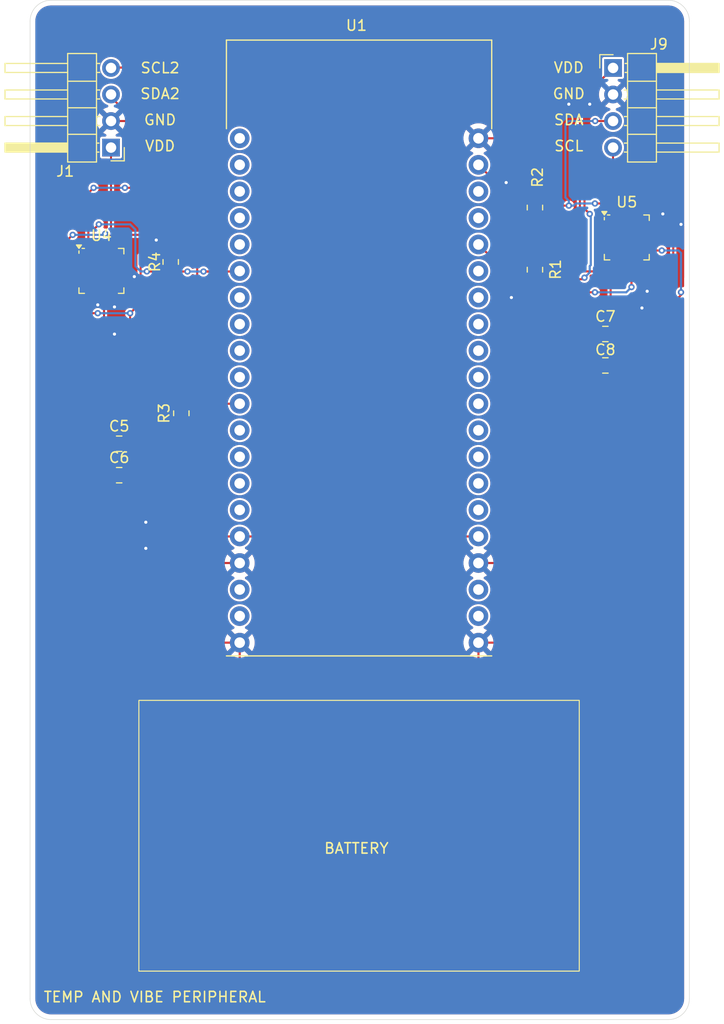
<source format=kicad_pcb>
(kicad_pcb (version 20241229) (generator "pcbnew") (generator_version "9.0")
  (layers (0 "F.Cu" signal) (2 "B.Cu" signal) (13 "F.Paste" user) (15 "B.Paste" user) (5 "F.SilkS" user "F.Silkscreen") (7 "B.SilkS" user "B.Silkscreen") (1 "F.Mask" user) (3 "B.Mask" user) (25 "Edge.Cuts" user))
  (net 0 "")
  (net 1 "SCL")
  (net 2 "GND")
  (net 3 "VDDIO")
  (net 4 "Net-(U4-CPOUT)")
  (net 5 "SDA2")
  (net 6 "SCL2")
  (net 7 "Net-(U5-CPOUT)")
  (net 14 "SDA")
  (net 18 "VBAT")
  (net 19 "VBAT_1")
  (net 23 "VUSB")
  (net 28 "VUSB_1")
  (footprint "Resistor_SMD:R_0805_2012Metric" (layer "F.Cu") (at 125.384 76.0975 -90)
    (property "Reference" "R4" (at 0 1.524 90) (layer "F.SilkS"))
    (property "Value" "4.7 K")
    (pad "1" smd roundrect (at -0.9125 0 270) (size 1.025 1.4) (layers "F.Cu" "F.Mask" "F.Paste") (roundrect_rratio 0.243902) (net 3 "VDDIO"))
    (pad "2" smd roundrect (at 0.9125 0 270) (size 1.025 1.4) (layers "F.Cu" "F.Mask" "F.Paste") (roundrect_rratio 0.243902) (net 6 "SCL2"))
  )
  (footprint "Capacitor_SMD:C_0805_2012Metric" (layer "F.Cu") (at 167 86)
    (property "Reference" "C8" (at 0 -1.5 0) (layer "F.SilkS"))
    (property "Value" "0.1 uF")
    (pad "1" smd roundrect (at -0.95 0) (size 1 1.45) (layers "F.Cu" "F.Mask" "F.Paste") (net 7 "Net-(U5-CPOUT)"))
    (pad "2" smd roundrect (at 0.95 0) (size 1 1.45) (layers "F.Cu" "F.Mask" "F.Paste") (net 2 "GND"))
  )
  (footprint "DEV-13907-3:MODULE_DEV-13907" (layer "F.Cu") (at 143.418 84.329)
    (property "Reference" "U1" (at -0.254 -30.861 0) (layer "F.SilkS"))
    (property "Value" "DEV-13907")
    (pad "J1_1" thru_hole circle (at -11.43 28.194) (size 1.8796 1.8796) (drill 1.016) (layers "*.Cu" "*.Mask") (net 2 "GND"))
    (pad "J1_2" thru_hole circle (at -11.43 25.654) (size 1.8796 1.8796) (drill 1.016) (layers "*.Cu" "*.Mask") (net 28 "VUSB_1"))
    (pad "J1_3" thru_hole circle (at -11.43 23.114) (size 1.8796 1.8796) (drill 1.016) (layers "*.Cu" "*.Mask") (net 18 "VBAT"))
    (pad "J1_4" thru_hole circle (at -11.43 20.574) (size 1.8796 1.8796) (drill 1.016) (layers "*.Cu" "*.Mask") (net 2 "GND"))
    (pad "J1_5" thru_hole circle (at -11.43 18.034) (size 1.8796 1.8796) (drill 1.016) (layers "*.Cu" "*.Mask") (net 3 "VDDIO"))
    (pad "J1_6" thru_hole circle (at -11.43 15.494) (size 1.8796 1.8796) (drill 1.016) (layers "*.Cu" "*.Mask"))
    (pad "J1_7" thru_hole circle (at -11.43 12.954) (size 1.8796 1.8796) (drill 1.016) (layers "*.Cu" "*.Mask"))
    (pad "J1_8" thru_hole circle (at -11.43 10.414) (size 1.8796 1.8796) (drill 1.016) (layers "*.Cu" "*.Mask"))
    (pad "J1_9" thru_hole circle (at -11.43 7.874) (size 1.8796 1.8796) (drill 1.016) (layers "*.Cu" "*.Mask"))
    (pad "J1_10" thru_hole circle (at -11.43 5.334) (size 1.8796 1.8796) (drill 1.016) (layers "*.Cu" "*.Mask") (net 5 "SDA2"))
    (pad "J1_11" thru_hole circle (at -11.43 2.794) (size 1.8796 1.8796) (drill 1.016) (layers "*.Cu" "*.Mask"))
    (pad "J1_12" thru_hole circle (at -11.43 0.254) (size 1.8796 1.8796) (drill 1.016) (layers "*.Cu" "*.Mask"))
    (pad "J1_13" thru_hole circle (at -11.43 -2.286) (size 1.8796 1.8796) (drill 1.016) (layers "*.Cu" "*.Mask"))
    (pad "J1_14" thru_hole circle (at -11.43 -4.826) (size 1.8796 1.8796) (drill 1.016) (layers "*.Cu" "*.Mask"))
    (pad "J1_15" thru_hole circle (at -11.43 -7.366) (size 1.8796 1.8796) (drill 1.016) (layers "*.Cu" "*.Mask") (net 6 "SCL2"))
    (pad "J1_16" thru_hole circle (at -11.43 -9.906) (size 1.8796 1.8796) (drill 1.016) (layers "*.Cu" "*.Mask"))
    (pad "J1_17" thru_hole circle (at -11.43 -12.446) (size 1.8796 1.8796) (drill 1.016) (layers "*.Cu" "*.Mask"))
    (pad "J1_18" thru_hole circle (at -11.43 -14.986) (size 1.8796 1.8796) (drill 1.016) (layers "*.Cu" "*.Mask"))
    (pad "J1_19" thru_hole circle (at -11.43 -17.526) (size 1.8796 1.8796) (drill 1.016) (layers "*.Cu" "*.Mask"))
    (pad "J1_20" thru_hole circle (at -11.43 -20.066) (size 1.8796 1.8796) (drill 1.016) (layers "*.Cu" "*.Mask"))
    (pad "J2_1" thru_hole circle (at 11.43 28.194) (size 1.8796 1.8796) (drill 1.016) (layers "*.Cu" "*.Mask") (net 2 "GND"))
    (pad "J2_2" thru_hole circle (at 11.43 25.654) (size 1.8796 1.8796) (drill 1.016) (layers "*.Cu" "*.Mask") (net 23 "VUSB"))
    (pad "J2_3" thru_hole circle (at 11.43 23.114) (size 1.8796 1.8796) (drill 1.016) (layers "*.Cu" "*.Mask") (net 19 "VBAT_1"))
    (pad "J2_4" thru_hole circle (at 11.43 20.574) (size 1.8796 1.8796) (drill 1.016) (layers "*.Cu" "*.Mask") (net 2 "GND"))
    (pad "J2_5" thru_hole circle (at 11.43 18.034) (size 1.8796 1.8796) (drill 1.016) (layers "*.Cu" "*.Mask") (net 3 "VDDIO"))
    (pad "J2_6" thru_hole circle (at 11.43 15.494) (size 1.8796 1.8796) (drill 1.016) (layers "*.Cu" "*.Mask"))
    (pad "J2_7" thru_hole circle (at 11.43 12.954) (size 1.8796 1.8796) (drill 1.016) (layers "*.Cu" "*.Mask"))
    (pad "J2_8" thru_hole circle (at 11.43 10.414) (size 1.8796 1.8796) (drill 1.016) (layers "*.Cu" "*.Mask"))
    (pad "J2_9" thru_hole circle (at 11.43 7.874) (size 1.8796 1.8796) (drill 1.016) (layers "*.Cu" "*.Mask"))
    (pad "J2_10" thru_hole circle (at 11.43 5.334) (size 1.8796 1.8796) (drill 1.016) (layers "*.Cu" "*.Mask"))
    (pad "J2_11" thru_hole circle (at 11.43 2.794) (size 1.8796 1.8796) (drill 1.016) (layers "*.Cu" "*.Mask"))
    (pad "J2_12" thru_hole circle (at 11.43 0.254) (size 1.8796 1.8796) (drill 1.016) (layers "*.Cu" "*.Mask"))
    (pad "J2_13" thru_hole circle (at 11.43 -2.286) (size 1.8796 1.8796) (drill 1.016) (layers "*.Cu" "*.Mask"))
    (pad "J2_14" thru_hole circle (at 11.43 -4.826) (size 1.8796 1.8796) (drill 1.016) (layers "*.Cu" "*.Mask"))
    (pad "J2_15" thru_hole circle (at 11.43 -7.366) (size 1.8796 1.8796) (drill 1.016) (layers "*.Cu" "*.Mask"))
    (pad "J2_16" thru_hole circle (at 11.43 -9.906) (size 1.8796 1.8796) (drill 1.016) (layers "*.Cu" "*.Mask") (net 1 "SCL"))
    (pad "J2_17" thru_hole circle (at 11.43 -12.446) (size 1.8796 1.8796) (drill 1.016) (layers "*.Cu" "*.Mask"))
    (pad "J2_18" thru_hole circle (at 11.43 -14.986) (size 1.8796 1.8796) (drill 1.016) (layers "*.Cu" "*.Mask"))
    (pad "J2_19" thru_hole circle (at 11.43 -17.526) (size 1.8796 1.8796) (drill 1.016) (layers "*.Cu" "*.Mask") (net 14 "SDA"))
    (pad "J2_20" thru_hole circle (at 11.43 -20.066) (size 1.8796 1.8796) (drill 1.016) (layers "*.Cu" "*.Mask") (net 2 "GND"))
  )
  (footprint "Resistor_SMD:R_0805_2012Metric" (layer "F.Cu") (at 160.255 70.891 90)
    (property "Reference" "R2" (at 2.891 0.245 90) (layer "F.SilkS"))
    (property "Value" "4.7 K")
    (pad "1" smd roundrect (at -0.9125 0 90) (size 1.025 1.4) (layers "F.Cu" "F.Mask" "F.Paste") (roundrect_rratio 0.243902) (net 3 "VDDIO"))
    (pad "2" smd roundrect (at 0.9125 0 90) (size 1.025 1.4) (layers "F.Cu" "F.Mask" "F.Paste") (roundrect_rratio 0.243902) (net 14 "SDA"))
  )
  (footprint "Sensor_Motion:InvenSense_QFN-24_4x4mm_P0.5mm" (layer "F.Cu") (at 169.05 73.75)
    (property "Reference" "U5" (at 0 -3.375 0) (layer "F.SilkS"))
    (property "Value" "MPU-6050")
    (pad "1" smd roundrect (at -1.95 -1.25) (size 0.85 0.3) (layers "F.Cu" "F.Mask" "F.Paste"))
    (pad "2" smd roundrect (at -1.95 -0.75) (size 0.85 0.3) (layers "F.Cu" "F.Mask" "F.Paste"))
    (pad "3" smd roundrect (at -1.95 -0.25) (size 0.85 0.3) (layers "F.Cu" "F.Mask" "F.Paste"))
    (pad "4" smd roundrect (at -1.95 0.25) (size 0.85 0.3) (layers "F.Cu" "F.Mask" "F.Paste"))
    (pad "5" smd roundrect (at -1.95 0.75) (size 0.85 0.3) (layers "F.Cu" "F.Mask" "F.Paste"))
    (pad "6" smd roundrect (at -1.95 1.25) (size 0.85 0.3) (layers "F.Cu" "F.Mask" "F.Paste"))
    (pad "7" smd roundrect (at -1.25 1.95 90) (size 0.85 0.3) (layers "F.Cu" "F.Mask" "F.Paste"))
    (pad "8" smd roundrect (at -0.75 1.95 90) (size 0.85 0.3) (layers "F.Cu" "F.Mask" "F.Paste") (net 3 "VDDIO"))
    (pad "9" smd roundrect (at -0.25 1.95 90) (size 0.85 0.3) (layers "F.Cu" "F.Mask" "F.Paste") (net 3 "VDDIO"))
    (pad "10" smd roundrect (at 0.25 1.95 90) (size 0.85 0.3) (layers "F.Cu" "F.Mask" "F.Paste") (net 7 "Net-(U5-CPOUT)"))
    (pad "11" smd roundrect (at 0.75 1.95 90) (size 0.85 0.3) (layers "F.Cu" "F.Mask" "F.Paste") (net 2 "GND"))
    (pad "12" smd roundrect (at 1.25 1.95 90) (size 0.85 0.3) (layers "F.Cu" "F.Mask" "F.Paste"))
    (pad "13" smd roundrect (at 1.95 1.25) (size 0.85 0.3) (layers "F.Cu" "F.Mask" "F.Paste") (net 3 "VDDIO"))
    (pad "14" smd roundrect (at 1.95 0.75) (size 0.85 0.3) (layers "F.Cu" "F.Mask" "F.Paste"))
    (pad "15" smd roundrect (at 1.95 0.25) (size 0.85 0.3) (layers "F.Cu" "F.Mask" "F.Paste"))
    (pad "16" smd roundrect (at 1.95 -0.25) (size 0.85 0.3) (layers "F.Cu" "F.Mask" "F.Paste"))
    (pad "17" smd roundrect (at 1.95 -0.75) (size 0.85 0.3) (layers "F.Cu" "F.Mask" "F.Paste"))
    (pad "18" smd roundrect (at 1.95 -1.25) (size 0.85 0.3) (layers "F.Cu" "F.Mask" "F.Paste") (net 2 "GND"))
    (pad "19" smd roundrect (at 1.25 -1.95 90) (size 0.85 0.3) (layers "F.Cu" "F.Mask" "F.Paste"))
    (pad "20" smd roundrect (at 0.75 -1.95 90) (size 0.85 0.3) (layers "F.Cu" "F.Mask" "F.Paste") (net 7 "Net-(U5-CPOUT)"))
    (pad "21" smd roundrect (at 0.25 -1.95 90) (size 0.85 0.3) (layers "F.Cu" "F.Mask" "F.Paste"))
    (pad "22" smd roundrect (at -0.25 -1.95 90) (size 0.85 0.3) (layers "F.Cu" "F.Mask" "F.Paste"))
    (pad "23" smd roundrect (at -0.75 -1.95 90) (size 0.85 0.3) (layers "F.Cu" "F.Mask" "F.Paste") (net 1 "SCL"))
    (pad "24" smd roundrect (at -1.25 -1.95 90) (size 0.85 0.3) (layers "F.Cu" "F.Mask" "F.Paste") (net 14 "SDA"))
    (zone (net 0) (net_name "") (layer "F.Cu") (connect_pads (clearance 0)) (min_thickness 0.254)
      (keepout (tracks not_allowed) (vias not_allowed) (pads not_allowed) (copperpour not_allowed) (footprints allowed))
      (fill (thermal_gap 0.508) (thermal_bridge_width 0.508))
      (polygon (pts (xy 167.675 72.425) (xy 170.425 72.425) (xy 170.425 75.075) (xy 167.675 75.075)))
    )
  )
  (footprint "Resistor_SMD:R_0805_2012Metric" (layer "F.Cu") (at 126.4 90.5755 90)
    (property "Reference" "R3" (at 0 -1.65 90) (layer "F.SilkS"))
    (property "Value" "4.7 K")
    (pad "1" smd roundrect (at -0.9125 0 90) (size 1.025 1.4) (layers "F.Cu" "F.Mask" "F.Paste") (roundrect_rratio 0.243902) (net 3 "VDDIO"))
    (pad "2" smd roundrect (at 0.9125 0 90) (size 1.025 1.4) (layers "F.Cu" "F.Mask" "F.Paste") (roundrect_rratio 0.243902) (net 5 "SDA2"))
  )
  (footprint "Resistor_SMD:R_0805_2012Metric" (layer "F.Cu") (at 160.255 76.8365 -90)
    (property "Reference" "R1" (at -0.0235 -1.974 90) (layer "F.SilkS"))
    (property "Value" "4.7 K")
    (pad "1" smd roundrect (at -0.9125 0 270) (size 1.025 1.4) (layers "F.Cu" "F.Mask" "F.Paste") (roundrect_rratio 0.243902) (net 3 "VDDIO"))
    (pad "2" smd roundrect (at 0.9125 0 270) (size 1.025 1.4) (layers "F.Cu" "F.Mask" "F.Paste") (roundrect_rratio 0.243902) (net 1 "SCL"))
  )
  (footprint "Connector_PinHeader_2.54mm:PinHeader_1x04_P2.54mm_Horizontal" (layer "F.Cu") (at 167.735 57.532)
    (property "Reference" "J9" (at 4.385 -2.27 0) (layer "F.SilkS"))
    (property "Value" "Conn_01x04_Pin")
    (pad "1" thru_hole rect (at 0 0) (size 1.7 1.7) (drill 1) (layers "*.Cu" "*.Mask") (net 3 "VDDIO"))
    (pad "2" thru_hole circle (at 0 2.54) (size 1.7 1.7) (drill 1) (layers "*.Cu" "*.Mask") (net 2 "GND"))
    (pad "3" thru_hole circle (at 0 5.08) (size 1.7 1.7) (drill 1) (layers "*.Cu" "*.Mask") (net 14 "SDA"))
    (pad "4" thru_hole circle (at 0 7.62) (size 1.7 1.7) (drill 1) (layers "*.Cu" "*.Mask") (net 1 "SCL"))
  )
  (footprint "Connector_PinHeader_2.54mm:PinHeader_1x04_P2.54mm_Horizontal" (layer "F.Cu") (at 119.669 65.152 180)
    (property "Reference" "J1" (at 4.385 -2.27 0) (layer "F.SilkS"))
    (property "Value" "Conn_01x04_Pin")
    (pad "1" thru_hole rect (at 0 0 180) (size 1.7 1.7) (drill 1) (layers "*.Cu" "*.Mask") (net 3 "VDDIO"))
    (pad "2" thru_hole circle (at 0 2.54 180) (size 1.7 1.7) (drill 1) (layers "*.Cu" "*.Mask") (net 2 "GND"))
    (pad "3" thru_hole circle (at 0 5.08 180) (size 1.7 1.7) (drill 1) (layers "*.Cu" "*.Mask") (net 5 "SDA2"))
    (pad "4" thru_hole circle (at 0 7.62 180) (size 1.7 1.7) (drill 1) (layers "*.Cu" "*.Mask") (net 6 "SCL2"))
  )
  (footprint "Capacitor_SMD:C_0805_2012Metric" (layer "F.Cu") (at 120.45 93.49)
    (property "Reference" "C5" (at 0 -1.68 0) (layer "F.SilkS"))
    (property "Value" "0.1 uF")
    (pad "1" smd roundrect (at -0.95 0) (size 1 1.45) (layers "F.Cu" "F.Mask" "F.Paste") (net 4 "Net-(U4-CPOUT)"))
    (pad "2" smd roundrect (at 0.95 0) (size 1 1.45) (layers "F.Cu" "F.Mask" "F.Paste") (net 2 "GND"))
  )
  (footprint "Capacitor_SMD:C_0805_2012Metric" (layer "F.Cu") (at 167 82.99)
    (property "Reference" "C7" (at 0 -1.68 0) (layer "F.SilkS"))
    (property "Value" "0.1 uF")
    (pad "1" smd roundrect (at -0.95 0) (size 1 1.45) (layers "F.Cu" "F.Mask" "F.Paste") (net 3 "VDDIO"))
    (pad "2" smd roundrect (at 0.95 0) (size 1 1.45) (layers "F.Cu" "F.Mask" "F.Paste") (net 2 "GND"))
  )
  (footprint "Sensor_Motion:InvenSense_QFN-24_4x4mm_P0.5mm" (layer "F.Cu") (at 118.75 76.95)
    (property "Reference" "U4" (at 0 -3.375 0) (layer "F.SilkS"))
    (property "Value" "MPU-6050" (hide yes))
    (pad "1" smd roundrect (at -1.95 -1.25) (size 0.85 0.3) (layers "F.Cu" "F.Mask" "F.Paste"))
    (pad "2" smd roundrect (at -1.95 -0.75) (size 0.85 0.3) (layers "F.Cu" "F.Mask" "F.Paste"))
    (pad "3" smd roundrect (at -1.95 -0.25) (size 0.85 0.3) (layers "F.Cu" "F.Mask" "F.Paste"))
    (pad "4" smd roundrect (at -1.95 0.25) (size 0.85 0.3) (layers "F.Cu" "F.Mask" "F.Paste"))
    (pad "5" smd roundrect (at -1.95 0.75) (size 0.85 0.3) (layers "F.Cu" "F.Mask" "F.Paste"))
    (pad "6" smd roundrect (at -1.95 1.25) (size 0.85 0.3) (layers "F.Cu" "F.Mask" "F.Paste"))
    (pad "7" smd roundrect (at -1.25 1.95 90) (size 0.85 0.3) (layers "F.Cu" "F.Mask" "F.Paste"))
    (pad "8" smd roundrect (at -0.75 1.95 90) (size 0.85 0.3) (layers "F.Cu" "F.Mask" "F.Paste") (net 3 "VDDIO"))
    (pad "9" smd roundrect (at -0.25 1.95 90) (size 0.85 0.3) (layers "F.Cu" "F.Mask" "F.Paste") (net 2 "GND"))
    (pad "10" smd roundrect (at 0.25 1.95 90) (size 0.85 0.3) (layers "F.Cu" "F.Mask" "F.Paste") (net 4 "Net-(U4-CPOUT)"))
    (pad "11" smd roundrect (at 0.75 1.95 90) (size 0.85 0.3) (layers "F.Cu" "F.Mask" "F.Paste") (net 2 "GND"))
    (pad "12" smd roundrect (at 1.25 1.95 90) (size 0.85 0.3) (layers "F.Cu" "F.Mask" "F.Paste"))
    (pad "13" smd roundrect (at 1.95 1.25) (size 0.85 0.3) (layers "F.Cu" "F.Mask" "F.Paste") (net 3 "VDDIO"))
    (pad "14" smd roundrect (at 1.95 0.75) (size 0.85 0.3) (layers "F.Cu" "F.Mask" "F.Paste"))
    (pad "15" smd roundrect (at 1.95 0.25) (size 0.85 0.3) (layers "F.Cu" "F.Mask" "F.Paste"))
    (pad "16" smd roundrect (at 1.95 -0.25) (size 0.85 0.3) (layers "F.Cu" "F.Mask" "F.Paste"))
    (pad "17" smd roundrect (at 1.95 -0.75) (size 0.85 0.3) (layers "F.Cu" "F.Mask" "F.Paste"))
    (pad "18" smd roundrect (at 1.95 -1.25) (size 0.85 0.3) (layers "F.Cu" "F.Mask" "F.Paste") (net 2 "GND"))
    (pad "19" smd roundrect (at 1.25 -1.95 90) (size 0.85 0.3) (layers "F.Cu" "F.Mask" "F.Paste"))
    (pad "20" smd roundrect (at 0.75 -1.95 90) (size 0.85 0.3) (layers "F.Cu" "F.Mask" "F.Paste") (net 4 "Net-(U4-CPOUT)"))
    (pad "21" smd roundrect (at 0.25 -1.95 90) (size 0.85 0.3) (layers "F.Cu" "F.Mask" "F.Paste"))
    (pad "22" smd roundrect (at -0.25 -1.95 90) (size 0.85 0.3) (layers "F.Cu" "F.Mask" "F.Paste"))
    (pad "23" smd roundrect (at -0.75 -1.95 90) (size 0.85 0.3) (layers "F.Cu" "F.Mask" "F.Paste") (net 6 "SCL2"))
    (pad "24" smd roundrect (at -1.25 -1.95 90) (size 0.85 0.3) (layers "F.Cu" "F.Mask" "F.Paste") (net 5 "SDA2"))
    (zone (net 0) (net_name "") (layer "F.Cu") (connect_pads (clearance 0)) (min_thickness 0.254)
      (keepout (tracks not_allowed) (vias not_allowed) (pads not_allowed) (copperpour not_allowed) (footprints allowed))
      (fill (thermal_gap 0.508) (thermal_bridge_width 0.508))
      (polygon (pts (xy 117.375 75.625) (xy 120.125 75.625) (xy 120.125 78.275) (xy 117.375 78.275)))
    )
  )
  (footprint "Capacitor_SMD:C_0805_2012Metric" (layer "F.Cu") (at 120.45 96.5)
    (property "Reference" "C6" (at 0 -1.68 0) (layer "F.SilkS"))
    (property "Value" "0.1 uF")
    (pad "1" smd roundrect (at -0.95 0) (size 1 1.45) (layers "F.Cu" "F.Mask" "F.Paste") (net 3 "VDDIO"))
    (pad "2" smd roundrect (at 0.95 0) (size 1 1.45) (layers "F.Cu" "F.Mask" "F.Paste") (net 2 "GND"))
  )
  (gr_rect (start 122.336 118.046) (end 164.5 143.954) (stroke (width 0.1)) (fill no) (layer "F.SilkS"))
  (gr_arc (start 113.922 148.591) (mid 112.507786 148.005214) (end 111.922 146.591) (stroke (width 0.05)) (layer "Edge.Cuts"))
  (gr_arc (start 175.041 146.591) (mid 174.455214 148.005214) (end 173.041 148.591) (stroke (width 0.05)) (layer "Edge.Cuts"))
  (gr_arc (start 111.922 53.055) (mid 112.507786 51.640786) (end 113.922 51.055) (stroke (width 0.05)) (layer "Edge.Cuts"))
  (gr_line (start 111.922 146.591) (end 111.922 53.055) (stroke (width 0.05)) (layer "Edge.Cuts"))
  (gr_line (start 113.922 51.055) (end 173.041 51.055) (stroke (width 0.05)) (layer "Edge.Cuts"))
  (gr_line (start 175.041 53.055) (end 175.041 146.591) (stroke (width 0.05)) (layer "Edge.Cuts"))
  (gr_arc (start 173.041 51.055) (mid 174.455214 51.640786) (end 175.041 53.055) (stroke (width 0.05)) (layer "Edge.Cuts"))
  (gr_line (start 173.041 148.591) (end 113.922 148.591) (stroke (width 0.05)) (layer "Edge.Cuts"))
  (gr_text "VDD" (at 124.368 65 0) (layer "F.SilkS") (effects (font (size 1 1))))
  (gr_text "TEMP AND VIBE PERIPHERAL" (at 123.86 146.432 0) (layer "F.SilkS") (effects (font (size 1 1))))
  (gr_text "VDD" (at 163.5 57.5 0) (layer "F.SilkS") (effects (font (size 1 1))))
  (gr_text "SCL2" (at 124.368 57.532 0) (layer "F.SilkS") (effects (font (size 1 1))))
  (gr_text "BATTERY" (at 143.164 132.208 0) (layer "F.SilkS") (effects (font (size 1 1))))
  (gr_text "GND" (at 163.5 60 0) (layer "F.SilkS") (effects (font (size 1 1))))
  (gr_text "SDA" (at 163.5 62.5 0) (layer "F.SilkS") (effects (font (size 1 1))))
  (gr_text "GND" (at 124.368 62.5 0) (layer "F.SilkS") (effects (font (size 1 1))))
  (gr_text "SDA2" (at 124.368 60 0) (layer "F.SilkS") (effects (font (size 1 1))))
  (gr_text "SCL" (at 163.5 65 0) (layer "F.SilkS") (effects (font (size 1 1))))
  (segment (start 167.735 68.735) (end 167.735 65.152) (width 0.2) (layer "F.Cu") (net 1))
  (segment (start 160.128 77.622) (end 160.255 77.749) (width 0.2) (layer "F.Cu") (net 1))
  (segment (start 158.174 77.749) (end 154.848 74.423) (width 0.2) (layer "F.Cu") (net 1))
  (segment (start 168.1 69.5) (end 168.3 69.3) (width 0.2) (layer "F.Cu") (net 1))
  (segment (start 164.954 77.749) (end 164.954 77.646) (width 0.2) (layer "F.Cu") (net 1))
  (segment (start 160.255 77.749) (end 164.954 77.749) (width 0.2) (layer "F.Cu") (net 1))
  (segment (start 165 71) (end 165 70) (width 0.2) (layer "F.Cu") (net 1))
  (segment (start 168.3 69.3) (end 167.735 68.735) (width 0.2) (layer "F.Cu") (net 1))
  (segment (start 165.5 69.5) (end 168.1 69.5) (width 0.2) (layer "F.Cu") (net 1))
  (segment (start 168.3 71.8) (end 168.3 69.3) (width 0.2) (layer "F.Cu") (net 1))
  (segment (start 165.5 71.5) (end 165 71) (width 0.2) (layer "F.Cu") (net 1))
  (segment (start 164.954 77.646) (end 165 77.6) (width 0.2) (layer "F.Cu") (net 1))
  (segment (start 165 70) (end 165.5 69.5) (width 0.2) (layer "F.Cu") (net 1))
  (segment (start 160.255 77.749) (end 158.174 77.749) (width 0.2) (layer "F.Cu") (net 1))
  (via (at 165.5 71.5) (size 0.6) (drill 0.3) (layers "F.Cu" "B.Cu") (net 1))
  (via (at 165 77.6) (size 0.6) (drill 0.3) (layers "F.Cu" "B.Cu") (net 1))
  (segment (start 165.5 77.1) (end 165.5 76.5) (width 0.2) (layer "B.Cu") (net 1))
  (segment (start 165.601 76.399) (end 165.601 71.601) (width 0.2) (layer "B.Cu") (net 1))
  (segment (start 165.601 71.601) (end 165.5 71.5) (width 0.2) (layer "B.Cu") (net 1))
  (segment (start 165 77.6) (end 165.5 77.1) (width 0.2) (layer "B.Cu") (net 1))
  (segment (start 165.5 76.5) (end 165.601 76.399) (width 0.2) (layer "B.Cu") (net 1))
  (segment (start 123.5 104.5) (end 123 104) (width 0.2) (layer "F.Cu") (net 2))
  (segment (start 174.44 72.699) (end 174.44 77.56) (width 0.2) (layer "F.Cu") (net 2))
  (segment (start 118.5 80.099997) (end 118.5 78.9) (width 0.2) (layer "F.Cu") (net 2))
  (segment (start 174.44 77.56) (end 173.1 78.9) (width 0.2) (layer "F.Cu") (net 2))
  (segment (start 121.5 63) (end 121.5 65) (width 0.2) (layer "F.Cu") (net 2))
  (segment (start 167.95 86) (end 168 86.05) (width 0.2) (layer "F.Cu") (net 2))
  (segment (start 121 80.5) (end 120.5 80) (width 0.2) (layer "F.Cu") (net 2))
  (segment (start 129.523 112.523) (end 131.988 112.523) (width 0.2) (layer "F.Cu") (net 2))
  (segment (start 167.95 104.05) (end 167.95 89) (width 0.2) (layer "F.Cu") (net 2))
  (segment (start 118.4 80.199997) (end 118.5 80.099997) (width 0.2) (layer "F.Cu") (net 2))
  (segment (start 119.549 79.049) (end 119.5 79) (width 0.2) (layer "F.Cu") (net 2))
  (segment (start 120.5 68) (end 120.399 68.101) (width 0.2) (layer "F.Cu") (net 2))
  (segment (start 120.5 80) (end 120.126 79.626) (width 0.2) (layer "F.Cu") (net 2))
  (segment (start 123.5 100.5) (end 123.5 97) (width 0.2) (layer "F.Cu") (net 2))
  (segment (start 157 64) (end 156.737 64.263) (width 0.2) (layer "F.Cu") (net 2))
  (segment (start 129 104.903) (end 129 112) (width 0.2) (layer "F.Cu") (net 2))
  (segment (start 122.99 93.49) (end 121.4 93.49) (width 0.2) (layer "F.Cu") (net 2))
  (segment (start 167.735 60.072) (end 166.807 61) (width 0.2) (layer "F.Cu") (net 2))
  (segment (start 121.5 65) (end 121.5 67) (width 0.2) (layer "F.Cu") (net 2))
  (segment (start 121 71.5) (end 122 71.5) (width 0.2) (layer "F.Cu") (net 2))
  (segment (start 170.067176 76.426) (end 172.574 76.426) (width 0.2) (layer "F.Cu") (net 2))
  (segment (start 173.1 78.9) (end 171 78.9) (width 0.2) (layer "F.Cu") (net 2))
  (segment (start 121.5 67) (end 121 67.5) (width 0.2) (layer "F.Cu") (net 2))
  (segment (start 154 115) (end 154.848 114.152) (width 0.2) (layer "F.Cu") (net 2))
  (segment (start 168 86.05) (end 168.95 86.05) (width 0.2) (layer "F.Cu") (net 2))
  (segment (start 121 84) (end 121 81.349943) (width 0.2) (layer "F.Cu") (net 2))
  (segment (start 167.45 89.5) (end 167.95 89) (width 0.2) (layer "F.Cu") (net 2))
  (segment (start 157 105.5) (end 156.5 105) (width 0.2) (layer "F.Cu") (net 2))
  (segment (start 120.5 84) (end 121 84) (width 0.2) (layer "F.Cu") (net 2))
  (segment (start 123 71.5) (end 123.5 71.5) (width 0.2) (layer "F.Cu") (net 2))
  (segment (start 121 93.09) (end 121 84) (width 0.2) (layer "F.Cu") (net 2))
  (segment (start 154.848 114.152) (end 154.848 112.523) (width 0.2) (layer "F.Cu") (net 2))
  (segment (start 170 83.5) (end 170.5 83) (width 0.2) (layer "F.Cu") (net 2))
  (segment (start 124 72) (end 124 74) (width 0.2) (layer "F.Cu") (net 2))
  (segment (start 120.1 80.4) (end 120 80.4) (width 0.2) (layer "F.Cu") (net 2))
  (segment (start 158 89) (end 158.5 89.5) (width 0.2) (layer "F.Cu") (net 2))
  (segment (start 119.549 79.407824) (end 119.549 79.049) (width 0.2) (layer "F.Cu") (net 2))
  (segment (start 168.99 82.99) (end 167.95 82.99) (width 0.2) (layer "F.Cu") (net 2))
  (segment (start 158 79.5) (end 158 89) (width 0.2) (layer "F.Cu") (net 2))
  (segment (start 154.848 112.523) (end 156.477 112.523) (width 0.2) (layer "F.Cu") (net 2))
  (segment (start 123.5 97) (end 123 96.5) (width 0.2) (layer "F.Cu") (net 2))
  (segment (start 119.767176 79.626) (end 119.549 79.407824) (width 0.2) (layer "F.Cu") (net 2))
  (segment (start 157 61.5) (end 157 64) (width 0.2) (layer "F.Cu") (net 2))
  (segment (start 157 65) (end 157 68) (width 0.2) (layer "F.Cu") (net 2))
  (segment (start 169.8 75.7) (end 169.8 76.158824) (width 0.2) (layer "F.Cu") (net 2))
  (segment (start 119.669 62.612) (end 121.112 62.612) (width 0.2) (layer "F.Cu") (net 2))
  (segment (start 131.988 112.523) (end 131.988 114.488) (width 0.2) (layer "F.Cu") (net 2))
  (segment (start 157 68) (end 157.5 68.5) (width 0.2) (layer "F.Cu") (net 2))
  (segment (start 157 104.5) (end 167.5 104.5) (width 0.2) (layer "F.Cu") (net 2))
  (segment (start 121.9 76.441176) (end 121.9 77.5) (width 0.2) (layer "F.Cu") (net 2))
  (segment (start 120.5 80) (end 120.1 80.4) (width 0.2) (layer "F.Cu") (net 2))
  (segment (start 123.5 71.5) (end 124 72) (width 0.2) (layer "F.Cu") (net 2))
  (segment (start 120.899 81.248943) (end 120.899 80.751057) (width 0.2) (layer "F.Cu") (net 2))
  (segment (start 121 80.650057) (end 121 80.5) (width 0.2) (layer "F.Cu") (net 2))
  (segment (start 123.5 94) (end 122.99 93.49) (width 0.2) (layer "F.Cu") (net 2))
  (segment (start 129 112) (end 129.523 112.523) (width 0.2) (layer "F.Cu") (net 2))
  (segment (start 120 83.5) (end 120.5 84) (width 0.2) (layer "F.Cu") (net 2))
  (segment (start 169.8 76.158824) (end 170.067176 76.426) (width 0.2) (layer "F.Cu") (net 2))
  (segment (start 121 67.5) (end 120.5 68) (width 0.2) (layer "F.Cu") (net 2))
  (segment (start 121.158824 75.7) (end 121.9 76.441176) (width 0.2) (layer "F.Cu") (net 2))
  (segment (start 168.95 86.05) (end 169.5 85.5) (width 0.2) (layer "F.Cu") (net 2))
  (segment (start 132.5 115) (end 154 115) (width 0.2) (layer "F.Cu") (net 2))
  (segment (start 156.737 64.263) (end 157 64.526) (width 0.2) (layer "F.Cu") (net 2))
  (segment (start 170.5 83) (end 170.5 80.5) (width 0.2) (layer "F.Cu") (net 2))
  (segment (start 120.126 79.626) (end 119.767176 79.626) (width 0.2) (layer "F.Cu") (net 2))
  (segment (start 172.5 72.5) (end 171 72.5) (width 0.2) (layer "F.Cu") (net 2))
  (segment (start 166.807 61) (end 165.5 61) (width 0.2) (layer "F.Cu") (net 2))
  (segment (start 158.5 89.5) (end 167.45 89.5) (width 0.2) (layer "F.Cu") (net 2))
  (segment (start 131.988 114.488) (end 132.5 115) (width 0.2) (layer "F.Cu") (net 2))
  (segment (start 169.5 83.5) (end 170 83.5) (width 0.2) (layer "F.Cu") (net 2))
  (segment (start 174.241 72.5) (end 174.44 72.699) (width 0.2) (layer "F.Cu") (net 2))
  (segment (start 157 64.526) (end 157 65) (width 0.2) (layer "F.Cu") (net 2))
  (segment (start 120.899 80.751057) (end 121 80.650057) (width 0.2) (layer "F.Cu") (net 2))
  (segment (start 121 81.349943) (end 120.899 81.248943) (width 0.2) (layer "F.Cu") (net 2))
  (segment (start 119.5 79) (end 119.5 78.9) (width 0.2) (layer "F.Cu") (net 2))
  (segment (start 156.737 64.263) (end 154.848 64.263) (width 0.2) (layer "F.Cu") (net 2))
  (segment (start 156.5 105) (end 157 104.5) (width 0.2) (layer "F.Cu") (net 2))
  (segment (start 120.7 75.7) (end 121.158824 75.7) (width 0.2) (layer "F.Cu") (net 2))
  (segment (start 120.399 70.899) (end 121 71.5) (width 0.2) (layer "F.Cu") (net 2))
  (segment (start 123 101) (end 123.5 100.5) (width 0.2) (layer "F.Cu") (net 2))
  (segment (start 120 83) (end 120 83.5) (width 0.2) (layer "F.Cu") (net 2))
  (segment (start 123 104) (end 123 103.5) (width 0.2) (layer "F.Cu") (net 2))
  (segment (start 123 96.5) (end 123.5 96) (width 0.2) (layer "F.Cu") (net 2))
  (segment (start 156.403 104.903) (end 154.848 104.903) (width 0.2) (layer "F.Cu") (net 2))
  (segment (start 169.5 85.5) (end 169.5 83.5) (width 0.2) (layer "F.Cu") (net 2))
  (segment (start 172.5 71.5) (end 172.5 72.5) (width 0.2) (layer "F.Cu") (net 2))
  (segment (start 123.903 104.903) (end 123.5 104.5) (width 0.2) (layer "F.Cu") (net 2))
  (segment (start 163.5 61) (end 157.5 61) (width 0.2) (layer "F.Cu") (net 2))
  (segment (start 173 73) (end 172.5 72.5) (width 0.2) (layer "F.Cu") (net 2))
  (segment (start 172.574 76.426) (end 173 76) (width 0.2) (layer "F.Cu") (net 2))
  (segment (start 167.5 104.5) (end 167.95 104.05) (width 0.2) (layer "F.Cu") (net 2))
  (segment (start 129 104.903) (end 123.903 104.903) (width 0.2) (layer "F.Cu") (net 2))
  (segment (start 157.5 61) (end 157 61.5) (width 0.2) (layer "F.Cu") (net 2))
  (segment (start 167.95 89) (end 167.95 86) (width 0.2) (layer "F.Cu") (net 2))
  (segment (start 120.399 68.101) (end 120.399 70.899) (width 0.2) (layer "F.Cu") (net 2))
  (segment (start 123.5 96) (end 123.5 94) (width 0.2) (layer "F.Cu") (net 2))
  (segment (start 157 112) (end 157 105.5) (width 0.2) (layer "F.Cu") (net 2))
  (segment (start 121.112 62.612) (end 121.5 63) (width 0.2) (layer "F.Cu") (net 2))
  (segment (start 121.4 96.5) (end 123 96.5) (width 0.2) (layer "F.Cu") (net 2))
  (segment (start 156.477 112.523) (end 157 112) (width 0.2) (layer "F.Cu") (net 2))
  (segment (start 131.988 104.903) (end 129 104.903) (width 0.2) (layer "F.Cu") (net 2))
  (segment (start 122 71.5) (end 123 71.5) (width 0.2) (layer "F.Cu") (net 2))
  (segment (start 173 76) (end 173 73) (width 0.2) (layer "F.Cu") (net 2))
  (segment (start 169.5 83.5) (end 168.99 82.99) (width 0.2) (layer "F.Cu") (net 2))
  (segment (start 156.5 105) (end 156.403 104.903) (width 0.2) (layer "F.Cu") (net 2))
  (segment (start 121.4 93.49) (end 121 93.09) (width 0.2) (layer "F.Cu") (net 2))
  (via (at 163.5 61) (size 0.6) (drill 0.3) (layers "F.Cu" "B.Cu") (net 2))
  (via (at 124 74) (size 0.6) (drill 0.3) (layers "F.Cu" "B.Cu") (net 2))
  (via (at 120 83) (size 0.6) (drill 0.3) (layers "F.Cu" "B.Cu") (net 2))
  (via (at 174.241 72.5) (size 0.6) (drill 0.3) (layers "F.Cu" "B.Cu") (net 2))
  (via (at 158 79.5) (size 0.6) (drill 0.3) (layers "F.Cu" "B.Cu") (net 2))
  (via (at 123 101) (size 0.6) (drill 0.3) (layers "F.Cu" "B.Cu") (net 2))
  (via (at 120 80.4) (size 0.6) (drill 0.3) (layers "F.Cu" "B.Cu") (net 2))
  (via (at 123 103.5) (size 0.6) (drill 0.3) (layers "F.Cu" "B.Cu") (net 2))
  (via (at 165.5 61) (size 0.6) (drill 0.3) (layers "F.Cu" "B.Cu") (net 2))
  (via (at 170.5 80.5) (size 0.6) (drill 0.3) (layers "F.Cu" "B.Cu") (net 2))
  (via (at 157.5 68.5) (size 0.6) (drill 0.3) (layers "F.Cu" "B.Cu") (net 2))
  (via (at 121.9 77.5) (size 0.6) (drill 0.3) (layers "F.Cu" "B.Cu") (net 2))
  (via (at 171 78.9) (size 0.6) (drill 0.3) (layers "F.Cu" "B.Cu") (net 2))
  (via (at 118.4 80.199997) (size 0.6) (drill 0.3) (layers "F.Cu" "B.Cu") (net 2))
  (via (at 172.5 71.5) (size 0.6) (drill 0.3) (layers "F.Cu" "B.Cu") (net 2))
  (segment (start 158 69) (end 158 79.5) (width 0.2) (layer "B.Cu") (net 2))
  (segment (start 174.241 72.241) (end 173.5 71.5) (width 0.2) (layer "B.Cu") (net 2))
  (segment (start 171 79) (end 171 78.9) (width 0.2) (layer "B.Cu") (net 2))
  (segment (start 123.5 82) (end 123 82.5) (width 0.2) (layer "B.Cu") (net 2))
  (segment (start 170.5 79.5) (end 171 79) (width 0.2) (layer "B.Cu") (net 2))
  (segment (start 123.5 78.5) (end 123.5 82) (width 0.2) (layer "B.Cu") (net 2))
  (segment (start 124 74) (end 124 78) (width 0.2) (layer "B.Cu") (net 2))
  (segment (start 165.5 61) (end 163.5 61) (width 0.2) (layer "B.Cu") (net 2))
  (segment (start 170.5 80.5) (end 170.5 79.5) (width 0.2) (layer "B.Cu") (net 2))
  (segment (start 124 78) (end 123.5 78.5) (width 0.2) (layer "B.Cu") (net 2))
  (segment (start 123 82.5) (end 120.5 82.5) (width 0.2) (layer "B.Cu") (net 2))
  (segment (start 123 103.5) (end 123 101) (width 0.2) (layer "B.Cu") (net 2))
  (segment (start 118.9 80.4) (end 118.699997 80.199997) (width 0.2) (layer "B.Cu") (net 2))
  (segment (start 120.5 82.5) (end 120 83) (width 0.2) (layer "B.Cu") (net 2))
  (segment (start 122.4 78) (end 123 78) (width 0.2) (layer "B.Cu") (net 2))
  (segment (start 123 78) (end 123.5 78.5) (width 0.2) (layer "B.Cu") (net 2))
  (segment (start 121.9 77.5) (end 122.4 78) (width 0.2) (layer "B.Cu") (net 2))
  (segment (start 173.5 71.5) (end 172.5 71.5) (width 0.2) (layer "B.Cu") (net 2))
  (segment (start 118.699997 80.199997) (end 118.4 80.199997) (width 0.2) (layer "B.Cu") (net 2))
  (segment (start 174.241 72.5) (end 174.241 72.241) (width 0.2) (layer "B.Cu") (net 2))
  (segment (start 120 80.4) (end 118.9 80.4) (width 0.2) (layer "B.Cu") (net 2))
  (segment (start 157.5 68.5) (end 158 69) (width 0.2) (layer "B.Cu") (net 2))
  (segment (start 151.8 100.712) (end 151.8 85.98) (width 0.2) (layer "F.Cu") (net 3))
  (segment (start 122.5 77.9) (end 122.2 78.2) (width 0.2) (layer "F.Cu") (net 3))
  (segment (start 131.988 102.363) (end 127 102.363) (width 0.2) (layer "F.Cu") (net 3))
  (segment (start 163.5 77) (end 163 76.5) (width 0.2) (layer "F.Cu") (net 3))
  (segment (start 121.5 81) (end 121.5 90.5) (width 0.2) (layer "F.Cu") (net 3))
  (segment (start 151.8 85.98) (end 151.8 84.456) (width 0.2) (layer "F.Cu") (net 3))
  (segment (start 122.5 75.5) (end 122.5 77.9) (width 0.2) (layer "F.Cu") (net 3))
  (segment (start 164.559063 60.707937) (end 167.735 57.532) (width 0.2) (layer "F.Cu") (net 3))
  (segment (start 168 77) (end 167.5 77.5) (width 0.2) (layer "F.Cu") (net 3))
  (segment (start 121.5 81) (end 122.2 80.3) (width 0.2) (layer "F.Cu") (net 3))
  (segment (start 123.25 75.25) (end 122.75 75.25) (width 0.2) (layer "F.Cu") (net 3))
  (segment (start 123.25 74.25) (end 123.25 75.25) (width 0.2) (layer "F.Cu") (net 3))
  (segment (start 174.241 79.259) (end 174 79.5) (width 0.2) (layer "F.Cu") (net 3))
  (segment (start 122.488 91.488) (end 126.4 91.488) (width 0.2) (layer "F.Cu") (net 3))
  (segment (start 164.559063 71.236437) (end 164.559063 60.707937) (width 0.2) (layer "F.Cu") (net 3))
  (segment (start 120 73.5) (end 122.5 73.5) (width 0.2) (layer "F.Cu") (net 3))
  (segment (start 151.8 100.712) (end 150.149 102.363) (width 0.2) (layer "F.Cu") (net 3))
  (segment (start 167.5 79.5) (end 167 80) (width 0.2) (layer "F.Cu") (net 3))
  (segment (start 152.9138 73.1822) (end 160.1572 73.1822) (width 0.2) (layer "F.Cu") (net 3))
  (segment (start 116 80.9329) (end 116.0671 81) (width 0.2) (layer "F.Cu") (net 3))
  (segment (start 168.3 76.7) (end 168 77) (width 0.2) (layer "F.Cu") (net 3))
  (segment (start 116.0671 81) (end 118.4 81) (width 0.2) (layer "F.Cu") (net 3))
  (segment (start 119.863 102.363) (end 119.5 102) (width 0.2) (layer "F.Cu") (net 3))
  (segment (start 122.75 75.25) (end 122.5 75.5) (width 0.2) (layer "F.Cu") (net 3))
  (segment (start 122.2 80.3) (end 122.2 78.2) (width 0.2) (layer "F.Cu") (net 3))
  (segment (start 117.951 78.949) (end 117.951 79.407824) (width 0.2) (layer "F.Cu") (net 3))
  (segment (start 151.8 84.456) (end 151.8 74.296) (width 0.2) (layer "F.Cu") (net 3))
  (segment (start 165.5 80.5) (end 165.5 82.44) (width 0.2) (layer "F.Cu") (net 3))
  (segment (start 117.732824 79.626) (end 116.374 79.626) (width 0.2) (layer "F.Cu") (net 3))
  (segment (start 119.669 65.406) (end 119.669 73.169) (width 0.2) (layer "F.Cu") (net 3))
  (segment (start 168.5 77) (end 168 77) (width 0.2) (layer "F.Cu") (net 3))
  (segment (start 160.255 71.8035) (end 163.992 71.8035) (width 0.2) (layer "F.Cu") (net 3))
  (segment (start 160.255 71.8035) (end 160.255 73.28) (width 0.2) (layer "F.Cu") (net 3))
  (segment (start 168.3 75.7) (end 168.3 76.7) (width 0.2) (layer "F.Cu") (net 3))
  (segment (start 167.5 77.5) (end 167.5 79.5) (width 0.2) (layer "F.Cu") (net 3))
  (segment (start 167 80) (end 166 80) (width 0.2) (layer "F.Cu") (net 3))
  (segment (start 162.924 75.924) (end 160.255 75.924) (width 0.2) (layer "F.Cu") (net 3))
  (segment (start 121.5 90.5) (end 122.488 91.488) (width 0.2) (layer "F.Cu") (net 3))
  (segment (start 119.5 102) (end 119.5 96.5) (width 0.2) (layer "F.Cu") (net 3))
  (segment (start 163.992 71.8035) (end 164.559063 71.236437) (width 0.2) (layer "F.Cu") (net 3))
  (segment (start 166 80) (end 165.5 80.5) (width 0.2) (layer "F.Cu") (net 3))
  (segment (start 126.4 91.488) (end 126.4 101.763) (width 0.2) (layer "F.Cu") (net 3))
  (segment (start 122.2 78.2) (end 120.7 78.2) (width 0.2) (layer "F.Cu") (net 3))
  (segment (start 163 76.5) (end 163 76) (width 0.2) (layer "F.Cu") (net 3))
  (segment (start 168 77) (end 163.5 77) (width 0.2) (layer "F.Cu") (net 3))
  (segment (start 174 79.5) (end 167.5 79.5) (width 0.2) (layer "F.Cu") (net 3))
  (segment (start 165.5 82.44) (end 166.05 82.99) (width 0.2) (layer "F.Cu") (net 3))
  (segment (start 125.384 75.185) (end 123.315 75.185) (width 0.2) (layer "F.Cu") (net 3))
  (segment (start 150.149 102.363) (end 131.988 102.363) (width 0.2) (layer "F.Cu") (net 3))
  (segment (start 163 76) (end 162.924 75.924) (width 0.2) (layer "F.Cu") (net 3))
  (segment (start 126.4 91.488) (end 126.4 91.441) (width 0.2) (layer "F.Cu") (net 3))
  (segment (start 174.241 79) (end 174.241 79.259) (width 0.2) (layer "F.Cu") (net 3))
  (segment (start 160.255 73.28) (end 160.255 75.924) (width 0.2) (layer "F.Cu") (net 3))
  (segment (start 122.5 73.5) (end 123.25 74.25) (width 0.2) (layer "F.Cu") (net 3))
  (segment (start 154.848 102.363) (end 153.451 102.363) (width 0.2) (layer "F.Cu") (net 3))
  (segment (start 171 75) (end 172.4 75) (width 0.2) (layer "F.Cu") (net 3))
  (segment (start 127 102.363) (end 119.863 102.363) (width 0.2) (layer "F.Cu") (net 3))
  (segment (start 118 78.9) (end 117.951 78.949) (width 0.2) (layer "F.Cu") (net 3))
  (segment (start 119.669 73.169) (end 120 73.5) (width 0.2) (layer "F.Cu") (net 3))
  (segment (start 153.451 102.363) (end 151.8 100.712) (width 0.2) (layer "F.Cu") (net 3))
  (segment (start 160.1572 73.1822) (end 160.255 73.28) (width 0.2) (layer "F.Cu") (net 3))
  (segment (start 151.8 74.296) (end 152.9138 73.1822) (width 0.2) (layer "F.Cu") (net 3))
  (segment (start 168.8 75.7) (end 168.8 76.7) (width 0.2) (layer "F.Cu") (net 3))
  (segment (start 116.374 79.626) (end 116 80) (width 0.2) (layer "F.Cu") (net 3))
  (segment (start 160.255 75.924) (end 159.7978 76.3812) (width 0.2) (layer "F.Cu") (net 3))
  (segment (start 168.8 76.7) (end 168.5 77) (width 0.2) (layer "F.Cu") (net 3))
  (segment (start 116 80) (end 116 80.9329) (width 0.2) (layer "F.Cu") (net 3))
  (segment (start 126.4 101.763) (end 127 102.363) (width 0.2) (layer "F.Cu") (net 3))
  (segment (start 123.315 75.185) (end 123.25 75.25) (width 0.2) (layer "F.Cu") (net 3))
  (segment (start 117.951 79.407824) (end 117.732824 79.626) (width 0.2) (layer "F.Cu") (net 3))
  (via (at 172.4 75) (size 0.6) (drill 0.3) (layers "F.Cu" "B.Cu") (net 3))
  (via (at 118.4 81) (size 0.6) (drill 0.3) (layers "F.Cu" "B.Cu") (net 3))
  (via (at 121.5 81) (size 0.6) (drill 0.3) (layers "F.Cu" "B.Cu") (net 3))
  (via (at 174.241 79) (size 0.6) (drill 0.3) (layers "F.Cu" "B.Cu") (net 3))
  (segment (start 118.4 81) (end 121.5 81) (width 0.2) (layer "B.Cu") (net 3))
  (segment (start 174.241 79) (end 174.241 75.241) (width 0.2) (layer "B.Cu") (net 3))
  (segment (start 174.241 75.241) (end 174 75) (width 0.2) (layer "B.Cu") (net 3))
  (segment (start 174 75) (end 172.4 75) (width 0.2) (layer "B.Cu") (net 3))
  (segment (start 116.101 81.601) (end 118.601 81.601) (width 0.2) (layer "F.Cu") (net 4))
  (segment (start 119 81.5) (end 119 82.5) (width 0.2) (layer "F.Cu") (net 4))
  (segment (start 119.114672 73.398611) (end 119.178183 73.3351) (width 0.2) (layer "F.Cu") (net 4))
  (segment (start 119.178183 73.3351) (end 119.268 73.3351) (width 0.2) (layer "F.Cu") (net 4))
  (segment (start 119.268 73.3351) (end 119.5 73.5671) (width 0.2) (layer "F.Cu") (net 4))
  (segment (start 119.5 73.5671) (end 119.5 75) (width 0.2) (layer "F.Cu") (net 4))
  (segment (start 116 73.5) (end 115.5 74) (width 0.2) (layer "F.Cu") (net 4))
  (segment (start 119 82) (end 119 82.5) (width 0.2) (layer "F.Cu") (net 4))
  (segment (start 115.5 81) (end 116.101 81.601) (width 0.2) (layer "F.Cu") (net 4))
  (segment (start 118.601 81.601) (end 119 82) (width 0.2) (layer "F.Cu") (net 4))
  (segment (start 119 92.99) (end 119.5 93.49) (width 0.2) (layer "F.Cu") (net 4))
  (segment (start 119 82.5) (end 119 92.99) (width 0.2) (layer "F.Cu") (net 4))
  (segment (start 119 78.9) (end 119 81.5) (width 0.2) (layer "F.Cu") (net 4))
  (segment (start 115.5 74) (end 115.5 81) (width 0.2) (layer "F.Cu") (net 4))
  (via (at 116 73.5) (size 0.6) (drill 0.3) (layers "F.Cu" "B.Cu") (net 4))
  (via (at 119.114672 73.398611) (size 0.6) (drill 0.3) (layers "F.Cu" "B.Cu") (net 4))
  (segment (start 119.114672 73.398611) (end 119.013283 73.5) (width 0.2) (layer "B.Cu") (net 4))
  (segment (start 119.013283 73.5) (end 116 73.5) (width 0.2) (layer "B.Cu") (net 4))
  (segment (start 122 62.657) (end 121.447 62.104) (width 0.2) (layer "F.Cu") (net 5))
  (segment (start 121.447 62.104) (end 125.892 62.104) (width 0.2) (layer "F.Cu") (net 5))
  (segment (start 125.892 62.104) (end 127.924 64.136) (width 0.2) (layer "F.Cu") (net 5))
  (segment (start 126.4 89.663) (end 127.924 89.663) (width 0.2) (layer "F.Cu") (net 5))
  (segment (start 117.5 69.5) (end 118 69) (width 0.2) (layer "F.Cu") (net 5))
  (segment (start 121 69) (end 121.5 69) (width 0.2) (layer "F.Cu") (net 5))
  (segment (start 119.669 60.326) (end 121.447 62.104) (width 0.2) (layer "F.Cu") (net 5))
  (segment (start 117.5 75) (end 117.5 69.5) (width 0.2) (layer "F.Cu") (net 5))
  (segment (start 121.5 69) (end 122 68.5) (width 0.2) (layer "F.Cu") (net 5))
  (segment (start 127.924 64.136) (end 127.924 89.663) (width 0.2) (layer "F.Cu") (net 5))
  (segment (start 127.924 89.663) (end 131.988 89.663) (width 0.2) (layer "F.Cu") (net 5))
  (segment (start 122 68.5) (end 122 62.657) (width 0.2) (layer "F.Cu") (net 5))
  (via (at 118 69) (size 0.6) (drill 0.3) (layers "F.Cu" "B.Cu") (net 5))
  (via (at 121 69) (size 0.6) (drill 0.3) (layers "F.Cu" "B.Cu") (net 5))
  (segment (start 118 69) (end 121 69) (width 0.2) (layer "B.Cu") (net 5))
  (segment (start 129.448 77.01) (end 131.941 77.01) (width 0.2) (layer "F.Cu") (net 6))
  (segment (start 129.448 76.819) (end 129.448 59.056) (width 0.2) (layer "F.Cu") (net 6))
  (segment (start 128.524 77.01) (end 129.257 77.01) (width 0.2) (layer "F.Cu") (net 6))
  (segment (start 122.336 57.532) (end 122.3 57.496) (width 0.2) (layer "F.Cu") (net 6))
  (segment (start 122.3 57.496) (end 119.796 57.496) (width 0.2) (layer "F.Cu") (net 6))
  (segment (start 123.1 77) (end 123.11 77.01) (width 0.2) (layer "F.Cu") (net 6))
  (segment (start 131.941 77.01) (end 131.988 76.963) (width 0.2) (layer "F.Cu") (net 6))
  (segment (start 129.448 59.056) (end 127.924 57.532) (width 0.2) (layer "F.Cu") (net 6))
  (segment (start 123.11 77.01) (end 125.384 77.01) (width 0.2) (layer "F.Cu") (net 6))
  (segment (start 118 75) (end 118 73) (width 0.2) (layer "F.Cu") (net 6))
  (segment (start 118 73) (end 118.5 72.5) (width 0.2) (layer "F.Cu") (net 6))
  (segment (start 125.384 77.01) (end 126.99 77.01) (width 0.2) (layer "F.Cu") (net 6))
  (segment (start 128.524 77.01) (end 129.448 77.01) (width 0.2) (layer "F.Cu") (net 6))
  (segment (start 129.257 77.01) (end 129.448 76.819) (width 0.2) (layer "F.Cu") (net 6))
  (segment (start 127 77) (end 126.99 77.01) (width 0.2) (layer "F.Cu") (net 6))
  (segment (start 127.924 57.532) (end 122.336 57.532) (width 0.2) (layer "F.Cu") (net 6))
  (via (at 118.5 72.5) (size 0.6) (drill 0.3) (layers "F.Cu" "B.Cu") (net 6))
  (via (at 126.99 77.01) (size 0.6) (drill 0.3) (layers "F.Cu" "B.Cu") (net 6))
  (via (at 128.524 77.01) (size 0.6) (drill 0.3) (layers "F.Cu" "B.Cu") (net 6))
  (via (at 123.1 77) (size 0.6) (drill 0.3) (layers "F.Cu" "B.Cu") (net 6))
  (segment (start 128.51 77.01) (end 128.524 77.01) (width 0.2) (layer "B.Cu") (net 6))
  (segment (start 118.5 72.5) (end 121.5 72.5) (width 0.2) (layer "B.Cu") (net 6))
  (segment (start 126.99 77.01) (end 128.49 77.01) (width 0.2) (layer "B.Cu") (net 6))
  (segment (start 121.5 72.5) (end 122 73) (width 0.2) (layer "B.Cu") (net 6))
  (segment (start 122 73) (end 122 76.5) (width 0.2) (layer "B.Cu") (net 6))
  (segment (start 128.49 77.01) (end 128.5 77) (width 0.2) (layer "B.Cu") (net 6))
  (segment (start 122 76.5) (end 122.5 77) (width 0.2) (layer "B.Cu") (net 6))
  (segment (start 128.5 77) (end 128.51 77.01) (width 0.2) (layer "B.Cu") (net 6))
  (segment (start 122.5 77) (end 123.1 77) (width 0.2) (layer "B.Cu") (net 6))
  (segment (start 173 77) (end 169.5 77) (width 0.2) (layer "F.Cu") (net 7))
  (segment (start 169.5 78.5) (end 169.5 77) (width 0.2) (layer "F.Cu") (net 7))
  (segment (start 164 85.5) (end 164.5 86) (width 0.2) (layer "F.Cu") (net 7))
  (segment (start 169.5 77) (end 169.3 76.8) (width 0.2) (layer "F.Cu") (net 7))
  (segment (start 169.8 71.8) (end 169.8 70.7) (width 0.2) (layer "F.Cu") (net 7))
  (segment (start 164 79.5) (end 164 85.5) (width 0.2) (layer "F.Cu") (net 7))
  (segment (start 173 70.5) (end 173.5 71) (width 0.2) (layer "F.Cu") (net 7))
  (segment (start 164.5 86) (end 166.05 86) (width 0.2) (layer "F.Cu") (net 7))
  (segment (start 166 79) (end 164.5 79) (width 0.2) (layer "F.Cu") (net 7))
  (segment (start 170 70.5) (end 173 70.5) (width 0.2) (layer "F.Cu") (net 7))
  (segment (start 164.5 79) (end 164 79.5) (width 0.2) (layer "F.Cu") (net 7))
  (segment (start 173.5 76.5) (end 173 77) (width 0.2) (layer "F.Cu") (net 7))
  (segment (start 169.8 70.7) (end 170 70.5) (width 0.2) (layer "F.Cu") (net 7))
  (segment (start 173.5 71) (end 173.5 76.5) (width 0.2) (layer "F.Cu") (net 7))
  (segment (start 169.3 76.8) (end 169.3 75.7) (width 0.2) (layer "F.Cu") (net 7))
  (via (at 169.5 78.5) (size 0.6) (drill 0.3) (layers "F.Cu" "B.Cu") (net 7))
  (via (at 166 79) (size 0.6) (drill 0.3) (layers "F.Cu" "B.Cu") (net 7))
  (segment (start 169 79) (end 169.5 78.5) (width 0.2) (layer "B.Cu") (net 7))
  (segment (start 166 79) (end 169 79) (width 0.2) (layer "B.Cu") (net 7))
  (segment (start 167.8 70.8) (end 167.8 71.8) (width 0.2) (layer "F.Cu") (net 14))
  (segment (start 158.277 70.232) (end 160.0015 70.232) (width 0.2) (layer "F.Cu") (net 14))
  (segment (start 163.5 70.706063) (end 162.991063 70.706063) (width 0.2) (layer "F.Cu") (net 14))
  (segment (start 162.334 70.049) (end 160.128 70.049) (width 0.2) (layer "F.Cu") (net 14))
  (segment (start 160.0015 70.232) (end 160.255 69.9785) (width 0.2) (layer "F.Cu") (net 14))
  (segment (start 167.735 62.612) (end 166.024 62.612) (width 0.2) (layer "F.Cu") (net 14))
  (segment (start 160.128 70.049) (end 160.081 70.002) (width 0.2) (layer "F.Cu") (net 14))
  (segment (start 167.5 70.5) (end 167.8 70.8) (width 0.2) (layer "F.Cu") (net 14))
  (segment (start 162.991063 70.706063) (end 162.334 70.049) (width 0.2) (layer "F.Cu") (net 14))
  (segment (start 154.848 66.803) (end 158.277 70.232) (width 0.2) (layer "F.Cu") (net 14))
  (segment (start 166 70.5) (end 167.5 70.5) (width 0.2) (layer "F.Cu") (net 14))
  (via (at 166 70.5) (size 0.6) (drill 0.3) (layers "F.Cu" "B.Cu") (net 14))
  (via (at 163.5 70.706063) (size 0.6) (drill 0.3) (layers "F.Cu" "B.Cu") (net 14))
  (via (at 166.024 62.612) (size 0.6) (drill 0.3) (layers "F.Cu" "B.Cu") (net 14))
  (segment (start 164.164126 70.5) (end 166 70.5) (width 0.2) (layer "B.Cu") (net 14))
  (segment (start 163.958063 70.706063) (end 164.164126 70.5) (width 0.2) (layer "B.Cu") (net 14))
  (segment (start 163.5 70.248) (end 163.176 69.924) (width 0.2) (layer "B.Cu") (net 14))
  (segment (start 163.176 69.924) (end 163.176 62.92) (width 0.2) (layer "B.Cu") (net 14))
  (segment (start 163.5 70.706063) (end 163.958063 70.706063) (width 0.2) (layer "B.Cu") (net 14))
  (segment (start 163.5 70.706063) (end 163.5 70.248) (width 0.2) (layer "B.Cu") (net 14))
  (segment (start 163.176 62.92) (end 163.484 62.612) (width 0.2) (layer "B.Cu") (net 14))
  (segment (start 163.484 62.612) (end 166.024 62.612) (width 0.2) (layer "B.Cu") (net 14))
  (zone (net 2) (net_name "GND") (layers "F.Cu" "B.Cu") (connect_pads (clearance 0)) (min_thickness 0.25) (fill yes (thermal_gap 0.5) (thermal_bridge_width 0.5))
    (polygon (pts (xy 111.543585 51.464) (xy 174.662585 51.464) (xy 174.662585 149) (xy 111.543585 149)))
  )
)
</source>
